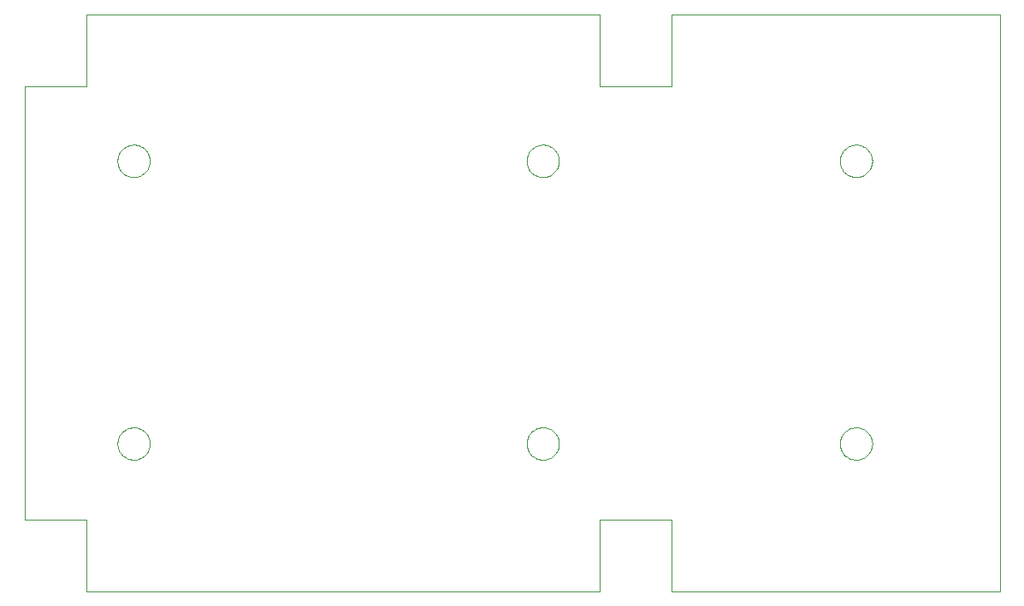
<source format=gko>
G75*
G70*
%OFA0B0*%
%FSLAX24Y24*%
%IPPOS*%
%LPD*%
%AMOC8*
5,1,8,0,0,1.08239X$1,22.5*
%
%ADD10C,0.0000*%
%ADD11C,0.0010*%
D10*
X003731Y005876D02*
X003733Y005926D01*
X003739Y005976D01*
X003749Y006025D01*
X003763Y006073D01*
X003780Y006120D01*
X003801Y006165D01*
X003826Y006209D01*
X003854Y006250D01*
X003886Y006289D01*
X003920Y006326D01*
X003957Y006360D01*
X003997Y006390D01*
X004039Y006417D01*
X004083Y006441D01*
X004129Y006462D01*
X004176Y006478D01*
X004224Y006491D01*
X004274Y006500D01*
X004323Y006505D01*
X004374Y006506D01*
X004424Y006503D01*
X004473Y006496D01*
X004522Y006485D01*
X004570Y006470D01*
X004616Y006452D01*
X004661Y006430D01*
X004704Y006404D01*
X004745Y006375D01*
X004784Y006343D01*
X004820Y006308D01*
X004852Y006270D01*
X004882Y006230D01*
X004909Y006187D01*
X004932Y006143D01*
X004951Y006097D01*
X004967Y006049D01*
X004979Y006000D01*
X004987Y005951D01*
X004991Y005901D01*
X004991Y005851D01*
X004987Y005801D01*
X004979Y005752D01*
X004967Y005703D01*
X004951Y005655D01*
X004932Y005609D01*
X004909Y005565D01*
X004882Y005522D01*
X004852Y005482D01*
X004820Y005444D01*
X004784Y005409D01*
X004745Y005377D01*
X004704Y005348D01*
X004661Y005322D01*
X004616Y005300D01*
X004570Y005282D01*
X004522Y005267D01*
X004473Y005256D01*
X004424Y005249D01*
X004374Y005246D01*
X004323Y005247D01*
X004274Y005252D01*
X004224Y005261D01*
X004176Y005274D01*
X004129Y005290D01*
X004083Y005311D01*
X004039Y005335D01*
X003997Y005362D01*
X003957Y005392D01*
X003920Y005426D01*
X003886Y005463D01*
X003854Y005502D01*
X003826Y005543D01*
X003801Y005587D01*
X003780Y005632D01*
X003763Y005679D01*
X003749Y005727D01*
X003739Y005776D01*
X003733Y005826D01*
X003731Y005876D01*
X019676Y005876D02*
X019678Y005926D01*
X019684Y005976D01*
X019694Y006025D01*
X019708Y006073D01*
X019725Y006120D01*
X019746Y006165D01*
X019771Y006209D01*
X019799Y006250D01*
X019831Y006289D01*
X019865Y006326D01*
X019902Y006360D01*
X019942Y006390D01*
X019984Y006417D01*
X020028Y006441D01*
X020074Y006462D01*
X020121Y006478D01*
X020169Y006491D01*
X020219Y006500D01*
X020268Y006505D01*
X020319Y006506D01*
X020369Y006503D01*
X020418Y006496D01*
X020467Y006485D01*
X020515Y006470D01*
X020561Y006452D01*
X020606Y006430D01*
X020649Y006404D01*
X020690Y006375D01*
X020729Y006343D01*
X020765Y006308D01*
X020797Y006270D01*
X020827Y006230D01*
X020854Y006187D01*
X020877Y006143D01*
X020896Y006097D01*
X020912Y006049D01*
X020924Y006000D01*
X020932Y005951D01*
X020936Y005901D01*
X020936Y005851D01*
X020932Y005801D01*
X020924Y005752D01*
X020912Y005703D01*
X020896Y005655D01*
X020877Y005609D01*
X020854Y005565D01*
X020827Y005522D01*
X020797Y005482D01*
X020765Y005444D01*
X020729Y005409D01*
X020690Y005377D01*
X020649Y005348D01*
X020606Y005322D01*
X020561Y005300D01*
X020515Y005282D01*
X020467Y005267D01*
X020418Y005256D01*
X020369Y005249D01*
X020319Y005246D01*
X020268Y005247D01*
X020219Y005252D01*
X020169Y005261D01*
X020121Y005274D01*
X020074Y005290D01*
X020028Y005311D01*
X019984Y005335D01*
X019942Y005362D01*
X019902Y005392D01*
X019865Y005426D01*
X019831Y005463D01*
X019799Y005502D01*
X019771Y005543D01*
X019746Y005587D01*
X019725Y005632D01*
X019708Y005679D01*
X019694Y005727D01*
X019684Y005776D01*
X019678Y005826D01*
X019676Y005876D01*
X031880Y005876D02*
X031882Y005926D01*
X031888Y005976D01*
X031898Y006025D01*
X031912Y006073D01*
X031929Y006120D01*
X031950Y006165D01*
X031975Y006209D01*
X032003Y006250D01*
X032035Y006289D01*
X032069Y006326D01*
X032106Y006360D01*
X032146Y006390D01*
X032188Y006417D01*
X032232Y006441D01*
X032278Y006462D01*
X032325Y006478D01*
X032373Y006491D01*
X032423Y006500D01*
X032472Y006505D01*
X032523Y006506D01*
X032573Y006503D01*
X032622Y006496D01*
X032671Y006485D01*
X032719Y006470D01*
X032765Y006452D01*
X032810Y006430D01*
X032853Y006404D01*
X032894Y006375D01*
X032933Y006343D01*
X032969Y006308D01*
X033001Y006270D01*
X033031Y006230D01*
X033058Y006187D01*
X033081Y006143D01*
X033100Y006097D01*
X033116Y006049D01*
X033128Y006000D01*
X033136Y005951D01*
X033140Y005901D01*
X033140Y005851D01*
X033136Y005801D01*
X033128Y005752D01*
X033116Y005703D01*
X033100Y005655D01*
X033081Y005609D01*
X033058Y005565D01*
X033031Y005522D01*
X033001Y005482D01*
X032969Y005444D01*
X032933Y005409D01*
X032894Y005377D01*
X032853Y005348D01*
X032810Y005322D01*
X032765Y005300D01*
X032719Y005282D01*
X032671Y005267D01*
X032622Y005256D01*
X032573Y005249D01*
X032523Y005246D01*
X032472Y005247D01*
X032423Y005252D01*
X032373Y005261D01*
X032325Y005274D01*
X032278Y005290D01*
X032232Y005311D01*
X032188Y005335D01*
X032146Y005362D01*
X032106Y005392D01*
X032069Y005426D01*
X032035Y005463D01*
X032003Y005502D01*
X031975Y005543D01*
X031950Y005587D01*
X031929Y005632D01*
X031912Y005679D01*
X031898Y005727D01*
X031888Y005776D01*
X031882Y005826D01*
X031880Y005876D01*
X031880Y016900D02*
X031882Y016950D01*
X031888Y017000D01*
X031898Y017049D01*
X031912Y017097D01*
X031929Y017144D01*
X031950Y017189D01*
X031975Y017233D01*
X032003Y017274D01*
X032035Y017313D01*
X032069Y017350D01*
X032106Y017384D01*
X032146Y017414D01*
X032188Y017441D01*
X032232Y017465D01*
X032278Y017486D01*
X032325Y017502D01*
X032373Y017515D01*
X032423Y017524D01*
X032472Y017529D01*
X032523Y017530D01*
X032573Y017527D01*
X032622Y017520D01*
X032671Y017509D01*
X032719Y017494D01*
X032765Y017476D01*
X032810Y017454D01*
X032853Y017428D01*
X032894Y017399D01*
X032933Y017367D01*
X032969Y017332D01*
X033001Y017294D01*
X033031Y017254D01*
X033058Y017211D01*
X033081Y017167D01*
X033100Y017121D01*
X033116Y017073D01*
X033128Y017024D01*
X033136Y016975D01*
X033140Y016925D01*
X033140Y016875D01*
X033136Y016825D01*
X033128Y016776D01*
X033116Y016727D01*
X033100Y016679D01*
X033081Y016633D01*
X033058Y016589D01*
X033031Y016546D01*
X033001Y016506D01*
X032969Y016468D01*
X032933Y016433D01*
X032894Y016401D01*
X032853Y016372D01*
X032810Y016346D01*
X032765Y016324D01*
X032719Y016306D01*
X032671Y016291D01*
X032622Y016280D01*
X032573Y016273D01*
X032523Y016270D01*
X032472Y016271D01*
X032423Y016276D01*
X032373Y016285D01*
X032325Y016298D01*
X032278Y016314D01*
X032232Y016335D01*
X032188Y016359D01*
X032146Y016386D01*
X032106Y016416D01*
X032069Y016450D01*
X032035Y016487D01*
X032003Y016526D01*
X031975Y016567D01*
X031950Y016611D01*
X031929Y016656D01*
X031912Y016703D01*
X031898Y016751D01*
X031888Y016800D01*
X031882Y016850D01*
X031880Y016900D01*
X019676Y016900D02*
X019678Y016950D01*
X019684Y017000D01*
X019694Y017049D01*
X019708Y017097D01*
X019725Y017144D01*
X019746Y017189D01*
X019771Y017233D01*
X019799Y017274D01*
X019831Y017313D01*
X019865Y017350D01*
X019902Y017384D01*
X019942Y017414D01*
X019984Y017441D01*
X020028Y017465D01*
X020074Y017486D01*
X020121Y017502D01*
X020169Y017515D01*
X020219Y017524D01*
X020268Y017529D01*
X020319Y017530D01*
X020369Y017527D01*
X020418Y017520D01*
X020467Y017509D01*
X020515Y017494D01*
X020561Y017476D01*
X020606Y017454D01*
X020649Y017428D01*
X020690Y017399D01*
X020729Y017367D01*
X020765Y017332D01*
X020797Y017294D01*
X020827Y017254D01*
X020854Y017211D01*
X020877Y017167D01*
X020896Y017121D01*
X020912Y017073D01*
X020924Y017024D01*
X020932Y016975D01*
X020936Y016925D01*
X020936Y016875D01*
X020932Y016825D01*
X020924Y016776D01*
X020912Y016727D01*
X020896Y016679D01*
X020877Y016633D01*
X020854Y016589D01*
X020827Y016546D01*
X020797Y016506D01*
X020765Y016468D01*
X020729Y016433D01*
X020690Y016401D01*
X020649Y016372D01*
X020606Y016346D01*
X020561Y016324D01*
X020515Y016306D01*
X020467Y016291D01*
X020418Y016280D01*
X020369Y016273D01*
X020319Y016270D01*
X020268Y016271D01*
X020219Y016276D01*
X020169Y016285D01*
X020121Y016298D01*
X020074Y016314D01*
X020028Y016335D01*
X019984Y016359D01*
X019942Y016386D01*
X019902Y016416D01*
X019865Y016450D01*
X019831Y016487D01*
X019799Y016526D01*
X019771Y016567D01*
X019746Y016611D01*
X019725Y016656D01*
X019708Y016703D01*
X019694Y016751D01*
X019684Y016800D01*
X019678Y016850D01*
X019676Y016900D01*
X003731Y016900D02*
X003733Y016950D01*
X003739Y017000D01*
X003749Y017049D01*
X003763Y017097D01*
X003780Y017144D01*
X003801Y017189D01*
X003826Y017233D01*
X003854Y017274D01*
X003886Y017313D01*
X003920Y017350D01*
X003957Y017384D01*
X003997Y017414D01*
X004039Y017441D01*
X004083Y017465D01*
X004129Y017486D01*
X004176Y017502D01*
X004224Y017515D01*
X004274Y017524D01*
X004323Y017529D01*
X004374Y017530D01*
X004424Y017527D01*
X004473Y017520D01*
X004522Y017509D01*
X004570Y017494D01*
X004616Y017476D01*
X004661Y017454D01*
X004704Y017428D01*
X004745Y017399D01*
X004784Y017367D01*
X004820Y017332D01*
X004852Y017294D01*
X004882Y017254D01*
X004909Y017211D01*
X004932Y017167D01*
X004951Y017121D01*
X004967Y017073D01*
X004979Y017024D01*
X004987Y016975D01*
X004991Y016925D01*
X004991Y016875D01*
X004987Y016825D01*
X004979Y016776D01*
X004967Y016727D01*
X004951Y016679D01*
X004932Y016633D01*
X004909Y016589D01*
X004882Y016546D01*
X004852Y016506D01*
X004820Y016468D01*
X004784Y016433D01*
X004745Y016401D01*
X004704Y016372D01*
X004661Y016346D01*
X004616Y016324D01*
X004570Y016306D01*
X004522Y016291D01*
X004473Y016280D01*
X004424Y016273D01*
X004374Y016270D01*
X004323Y016271D01*
X004274Y016276D01*
X004224Y016285D01*
X004176Y016298D01*
X004129Y016314D01*
X004083Y016335D01*
X004039Y016359D01*
X003997Y016386D01*
X003957Y016416D01*
X003920Y016450D01*
X003886Y016487D01*
X003854Y016526D01*
X003826Y016567D01*
X003801Y016611D01*
X003780Y016656D01*
X003763Y016703D01*
X003749Y016751D01*
X003739Y016800D01*
X003733Y016850D01*
X003731Y016900D01*
D11*
X002511Y002911D02*
X002511Y000111D01*
X022511Y000111D01*
X022511Y002911D01*
X025311Y002911D01*
X025311Y000111D01*
X038111Y000111D01*
X038111Y022611D01*
X025311Y022611D01*
X025311Y019811D01*
X022511Y019811D01*
X022511Y022611D01*
X002511Y022611D01*
X002511Y019811D01*
X000111Y019811D01*
X000111Y002911D01*
X002511Y002911D01*
M02*

</source>
